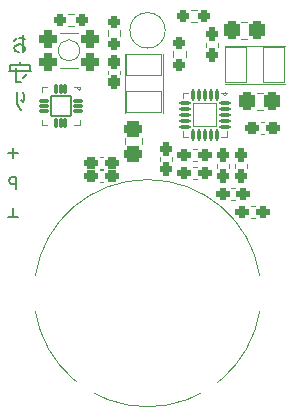
<source format=gbo>
G04 #@! TF.GenerationSoftware,KiCad,Pcbnew,(6.0.5)*
G04 #@! TF.CreationDate,2022-10-09T15:08:16+02:00*
G04 #@! TF.ProjectId,Omamori,4f6d616d-6f72-4692-9e6b-696361645f70,rev?*
G04 #@! TF.SameCoordinates,Original*
G04 #@! TF.FileFunction,Legend,Bot*
G04 #@! TF.FilePolarity,Positive*
%FSLAX46Y46*%
G04 Gerber Fmt 4.6, Leading zero omitted, Abs format (unit mm)*
G04 Created by KiCad (PCBNEW (6.0.5)) date 2022-10-09 15:08:16*
%MOMM*%
%LPD*%
G01*
G04 APERTURE LIST*
G04 Aperture macros list*
%AMRoundRect*
0 Rectangle with rounded corners*
0 $1 Rounding radius*
0 $2 $3 $4 $5 $6 $7 $8 $9 X,Y pos of 4 corners*
0 Add a 4 corners polygon primitive as box body*
4,1,4,$2,$3,$4,$5,$6,$7,$8,$9,$2,$3,0*
0 Add four circle primitives for the rounded corners*
1,1,$1+$1,$2,$3*
1,1,$1+$1,$4,$5*
1,1,$1+$1,$6,$7*
1,1,$1+$1,$8,$9*
0 Add four rect primitives between the rounded corners*
20,1,$1+$1,$2,$3,$4,$5,0*
20,1,$1+$1,$4,$5,$6,$7,0*
20,1,$1+$1,$6,$7,$8,$9,0*
20,1,$1+$1,$8,$9,$2,$3,0*%
%AMFreePoly0*
4,1,28,0.369517,0.147118,0.404872,0.132473,0.432473,0.104872,0.447118,0.069517,0.451000,0.050000,0.451000,0.000711,0.447106,-0.018834,0.446811,-0.019545,0.432473,-0.054161,0.421417,-0.070706,0.370706,-0.121417,0.354161,-0.132473,0.318806,-0.147118,0.299289,-0.151000,-0.350000,-0.151000,-0.369517,-0.147118,-0.404872,-0.132473,-0.432473,-0.104872,-0.447118,-0.069517,-0.451000,-0.050000,
-0.451000,0.050000,-0.447118,0.069517,-0.432473,0.104872,-0.404872,0.132473,-0.369517,0.147118,-0.350000,0.151000,0.350000,0.151000,0.369517,0.147118,0.369517,0.147118,$1*%
%AMFreePoly1*
4,1,27,0.318806,0.147118,0.354161,0.132473,0.370706,0.121417,0.421417,0.070706,0.432473,0.054161,0.447118,0.018806,0.451000,-0.000711,0.451000,-0.050000,0.447118,-0.069517,0.432473,-0.104872,0.404872,-0.132473,0.369517,-0.147118,0.350000,-0.151000,-0.350000,-0.151000,-0.369517,-0.147118,-0.404872,-0.132473,-0.432473,-0.104872,-0.447118,-0.069517,-0.451000,-0.050000,-0.451000,0.050000,
-0.447118,0.069517,-0.432473,0.104872,-0.404872,0.132473,-0.369517,0.147118,-0.350000,0.151000,0.299289,0.151000,0.318806,0.147118,0.318806,0.147118,$1*%
%AMFreePoly2*
4,1,27,0.069517,0.447118,0.104872,0.432473,0.132473,0.404872,0.147118,0.369517,0.151000,0.350000,0.151000,-0.350000,0.147118,-0.369517,0.132473,-0.404872,0.104872,-0.432473,0.069517,-0.447118,0.050000,-0.451000,0.000711,-0.451000,-0.018806,-0.447118,-0.054161,-0.432473,-0.070706,-0.421417,-0.121417,-0.370706,-0.132473,-0.354161,-0.147118,-0.318806,-0.151000,-0.299289,-0.151000,0.350000,
-0.147118,0.369517,-0.132473,0.404872,-0.104872,0.432473,-0.069517,0.447118,-0.050000,0.451000,0.050000,0.451000,0.069517,0.447118,0.069517,0.447118,$1*%
%AMFreePoly3*
4,1,28,0.069517,0.447118,0.104872,0.432473,0.132473,0.404872,0.147118,0.369517,0.151000,0.350000,0.151000,-0.299289,0.147106,-0.318834,0.146811,-0.319545,0.132473,-0.354161,0.121417,-0.370706,0.070706,-0.421417,0.054161,-0.432473,0.018806,-0.447118,-0.000711,-0.451000,-0.050000,-0.451000,-0.069517,-0.447118,-0.104872,-0.432473,-0.132473,-0.404872,-0.147118,-0.369517,-0.151000,-0.350000,
-0.151000,0.350000,-0.147118,0.369517,-0.132473,0.404872,-0.104872,0.432473,-0.069517,0.447118,-0.050000,0.451000,0.050000,0.451000,0.069517,0.447118,0.069517,0.447118,$1*%
%AMFreePoly4*
4,1,27,0.369517,0.147118,0.404872,0.132473,0.432473,0.104872,0.447118,0.069517,0.451000,0.050000,0.451000,-0.050000,0.447118,-0.069517,0.432473,-0.104872,0.404872,-0.132473,0.369517,-0.147118,0.350000,-0.151000,-0.350000,-0.151000,-0.369517,-0.147118,-0.404872,-0.132473,-0.432473,-0.104872,-0.447118,-0.069517,-0.451000,-0.050000,-0.451000,-0.000711,-0.447118,0.018806,-0.432473,0.054161,
-0.421417,0.070706,-0.370706,0.121417,-0.354161,0.132473,-0.318806,0.147118,-0.299289,0.151000,0.350000,0.151000,0.369517,0.147118,0.369517,0.147118,$1*%
%AMFreePoly5*
4,1,27,0.369517,0.147118,0.404872,0.132473,0.432473,0.104872,0.447118,0.069517,0.451000,0.050000,0.451000,-0.050000,0.447118,-0.069517,0.432473,-0.104872,0.404872,-0.132473,0.369517,-0.147118,0.350000,-0.151000,-0.299289,-0.151000,-0.318806,-0.147118,-0.354161,-0.132473,-0.370706,-0.121417,-0.421417,-0.070706,-0.432473,-0.054161,-0.447118,-0.018806,-0.451000,0.000711,-0.451000,0.050000,
-0.447118,0.069517,-0.432473,0.104872,-0.404872,0.132473,-0.369517,0.147118,-0.350000,0.151000,0.350000,0.151000,0.369517,0.147118,0.369517,0.147118,$1*%
%AMFreePoly6*
4,1,27,0.018806,0.447118,0.054161,0.432473,0.070706,0.421417,0.121417,0.370706,0.132473,0.354161,0.147118,0.318806,0.151000,0.299289,0.151000,-0.350000,0.147118,-0.369517,0.132473,-0.404872,0.104872,-0.432473,0.069517,-0.447118,0.050000,-0.451000,-0.050000,-0.451000,-0.069517,-0.447118,-0.104872,-0.432473,-0.132473,-0.404872,-0.147118,-0.369517,-0.151000,-0.350000,-0.151000,0.350000,
-0.147118,0.369517,-0.132473,0.404872,-0.104872,0.432473,-0.069517,0.447118,-0.050000,0.451000,-0.000711,0.451000,0.018806,0.447118,0.018806,0.447118,$1*%
%AMFreePoly7*
4,1,27,0.069517,0.447118,0.104872,0.432473,0.132473,0.404872,0.147118,0.369517,0.151000,0.350000,0.151000,-0.350000,0.147118,-0.369517,0.132473,-0.404872,0.104872,-0.432473,0.069517,-0.447118,0.050000,-0.451000,-0.050000,-0.451000,-0.069517,-0.447118,-0.104872,-0.432473,-0.132473,-0.404872,-0.147118,-0.369517,-0.151000,-0.350000,-0.151000,0.299289,-0.147118,0.318806,-0.132473,0.354161,
-0.121417,0.370706,-0.070706,0.421417,-0.054161,0.432473,-0.018806,0.447118,0.000711,0.451000,0.050000,0.451000,0.069517,0.447118,0.069517,0.447118,$1*%
G04 Aperture macros list end*
%ADD10C,0.200000*%
%ADD11C,0.120000*%
%ADD12C,1.802000*%
%ADD13O,1.802000X1.802000*%
%ADD14C,2.602000*%
%ADD15RoundRect,0.288500X0.237500X-0.287500X0.237500X0.287500X-0.237500X0.287500X-0.237500X-0.287500X0*%
%ADD16RoundRect,0.301000X-0.337500X-0.475000X0.337500X-0.475000X0.337500X0.475000X-0.337500X0.475000X0*%
%ADD17RoundRect,0.288500X-0.300000X-0.237500X0.300000X-0.237500X0.300000X0.237500X-0.300000X0.237500X0*%
%ADD18RoundRect,0.051000X0.900000X1.450000X-0.900000X1.450000X-0.900000X-1.450000X0.900000X-1.450000X0*%
%ADD19RoundRect,0.288500X0.287500X0.237500X-0.287500X0.237500X-0.287500X-0.237500X0.287500X-0.237500X0*%
%ADD20RoundRect,0.288500X-0.237500X0.287500X-0.237500X-0.287500X0.237500X-0.287500X0.237500X0.287500X0*%
%ADD21RoundRect,0.288500X-0.287500X-0.237500X0.287500X-0.237500X0.287500X0.237500X-0.287500X0.237500X0*%
%ADD22RoundRect,0.401000X0.350000X0.350000X-0.350000X0.350000X-0.350000X-0.350000X0.350000X-0.350000X0*%
%ADD23RoundRect,0.301000X-0.475000X0.337500X-0.475000X-0.337500X0.475000X-0.337500X0.475000X0.337500X0*%
%ADD24RoundRect,0.051000X-1.450000X0.900000X-1.450000X-0.900000X1.450000X-0.900000X1.450000X0.900000X0*%
%ADD25RoundRect,0.113500X0.375000X0.062500X-0.375000X0.062500X-0.375000X-0.062500X0.375000X-0.062500X0*%
%ADD26RoundRect,0.113500X0.062500X0.375000X-0.062500X0.375000X-0.062500X-0.375000X0.062500X-0.375000X0*%
%ADD27RoundRect,0.051000X1.000000X1.000000X-1.000000X1.000000X-1.000000X-1.000000X1.000000X-1.000000X0*%
%ADD28RoundRect,0.288500X-0.250000X-0.237500X0.250000X-0.237500X0.250000X0.237500X-0.250000X0.237500X0*%
%ADD29RoundRect,0.288500X0.237500X-0.300000X0.237500X0.300000X-0.237500X0.300000X-0.237500X-0.300000X0*%
%ADD30RoundRect,0.288500X-0.237500X0.250000X-0.237500X-0.250000X0.237500X-0.250000X0.237500X0.250000X0*%
%ADD31FreePoly0,180.000000*%
%ADD32RoundRect,0.101000X0.350000X0.050000X-0.350000X0.050000X-0.350000X-0.050000X0.350000X-0.050000X0*%
%ADD33FreePoly1,180.000000*%
%ADD34FreePoly2,180.000000*%
%ADD35RoundRect,0.101000X0.050000X0.350000X-0.050000X0.350000X-0.050000X-0.350000X0.050000X-0.350000X0*%
%ADD36FreePoly3,180.000000*%
%ADD37FreePoly4,180.000000*%
%ADD38FreePoly5,180.000000*%
%ADD39FreePoly6,180.000000*%
%ADD40FreePoly7,180.000000*%
%ADD41RoundRect,0.051000X0.850000X0.850000X-0.850000X0.850000X-0.850000X-0.850000X0.850000X-0.850000X0*%
G04 APERTURE END LIST*
D10*
X13600000Y-30000000D02*
X13600000Y-30800000D01*
D11*
X31755563Y-20400000D02*
G75*
G03*
X31755563Y-20400000I-155563J0D01*
G01*
X19341421Y-19950000D02*
G75*
G03*
X19341421Y-19950000I-141421J0D01*
G01*
X26500000Y-15000000D02*
G75*
G03*
X26500000Y-15000000I-1500000J0D01*
G01*
D10*
X13200000Y-30800000D02*
X14000000Y-30800000D01*
X14000000Y-25400000D02*
X13200000Y-25400000D01*
X13600000Y-25000000D02*
X13600000Y-25800000D01*
X14650000Y-15749285D02*
X14150000Y-15677857D01*
X14435714Y-15392142D02*
X14435714Y-16820714D01*
X14650000Y-16677857D01*
X14650000Y-16392142D01*
X14221428Y-16177857D01*
X13935714Y-16249285D01*
X13721428Y-16392142D01*
X13792857Y-16749285D01*
X14150000Y-16820714D01*
X13935714Y-15606428D02*
X13721428Y-15892142D01*
X15114285Y-18450000D02*
X13257142Y-18450000D01*
X14257142Y-19378571D02*
X13828571Y-19378571D01*
X15042857Y-17950000D02*
X15042857Y-18235714D01*
X13828571Y-18164285D02*
X13828571Y-19378571D01*
X15042857Y-17950000D02*
X13328571Y-17950000D01*
X13328571Y-18235714D01*
X14828571Y-18664285D02*
X14471428Y-19021428D01*
X14185714Y-17664285D02*
X14185714Y-17950000D01*
X13935714Y-20222142D02*
X13935714Y-21150714D01*
X14007142Y-21436428D01*
X14292857Y-21722142D01*
X14435714Y-20222142D02*
X14507142Y-20579285D01*
X14507142Y-20865000D01*
X14435714Y-21079285D01*
X14292857Y-20865000D01*
X13861904Y-28452380D02*
X13861904Y-27452380D01*
X13480952Y-27452380D01*
X13385714Y-27500000D01*
X13338095Y-27547619D01*
X13290476Y-27642857D01*
X13290476Y-27785714D01*
X13338095Y-27880952D01*
X13385714Y-27928571D01*
X13480952Y-27976190D01*
X13861904Y-27976190D01*
D11*
X15500000Y-38750000D02*
G75*
G03*
X34500000Y-38750000I9500000J1500000D01*
G01*
X34500000Y-35750000D02*
G75*
G03*
X15500000Y-35750000I-9500000J-1500000D01*
G01*
X29990000Y-16371267D02*
X29990000Y-16028733D01*
X31010000Y-16371267D02*
X31010000Y-16028733D01*
X34238748Y-21735000D02*
X34761252Y-21735000D01*
X34238748Y-20265000D02*
X34761252Y-20265000D01*
X34603733Y-23760000D02*
X34896267Y-23760000D01*
X34603733Y-22740000D02*
X34896267Y-22740000D01*
X36600000Y-16300000D02*
X31600000Y-16300000D01*
X36600000Y-19500000D02*
X31600000Y-19500000D01*
X29171267Y-26060000D02*
X28828733Y-26060000D01*
X29171267Y-25040000D02*
X28828733Y-25040000D01*
X29171267Y-26540000D02*
X28828733Y-26540000D01*
X29171267Y-27560000D02*
X28828733Y-27560000D01*
X27110000Y-25728733D02*
X27110000Y-26071267D01*
X26090000Y-25728733D02*
X26090000Y-26071267D01*
X30890000Y-26278733D02*
X30890000Y-26621267D01*
X31910000Y-26278733D02*
X31910000Y-26621267D01*
X33410000Y-26278733D02*
X33410000Y-26621267D01*
X32390000Y-26278733D02*
X32390000Y-26621267D01*
X32078733Y-28340000D02*
X32421267Y-28340000D01*
X32078733Y-29360000D02*
X32421267Y-29360000D01*
X33728733Y-29890000D02*
X34071267Y-29890000D01*
X33728733Y-30910000D02*
X34071267Y-30910000D01*
X19100000Y-15200000D02*
X17600000Y-15200000D01*
X19100000Y-18200000D02*
X17600000Y-18200000D01*
X19251388Y-16700000D02*
G75*
G03*
X19251388Y-16700000I-901388J0D01*
G01*
X32938748Y-15735000D02*
X33461252Y-15735000D01*
X32938748Y-14265000D02*
X33461252Y-14265000D01*
X23065000Y-24138748D02*
X23065000Y-24661252D01*
X24535000Y-24138748D02*
X24535000Y-24661252D01*
X26300000Y-17000000D02*
X26300000Y-22000000D01*
X23100000Y-17000000D02*
X23100000Y-22000000D01*
X28465000Y-24010000D02*
X27990000Y-24010000D01*
X28465000Y-20290000D02*
X27990000Y-20290000D01*
X27990000Y-24010000D02*
X27990000Y-23535000D01*
X31235000Y-24010000D02*
X31710000Y-24010000D01*
X31710000Y-24010000D02*
X31710000Y-23535000D01*
X27990000Y-20290000D02*
X27990000Y-20765000D01*
X31235000Y-20290000D02*
X31710000Y-20290000D01*
X20953733Y-26840000D02*
X21246267Y-26840000D01*
X20953733Y-27860000D02*
X21246267Y-27860000D01*
X18245276Y-14622500D02*
X18754724Y-14622500D01*
X18245276Y-13577500D02*
X18754724Y-13577500D01*
X22660000Y-18696267D02*
X22660000Y-18403733D01*
X21640000Y-18696267D02*
X21640000Y-18403733D01*
X27177500Y-16745276D02*
X27177500Y-17254724D01*
X28222500Y-16745276D02*
X28222500Y-17254724D01*
X28645276Y-13277500D02*
X29154724Y-13277500D01*
X28645276Y-14322500D02*
X29154724Y-14322500D01*
X16490000Y-23010000D02*
X16040000Y-23010000D01*
X19260000Y-23010000D02*
X19260000Y-22560000D01*
X16040000Y-19790000D02*
X16040000Y-20240000D01*
X16040000Y-23010000D02*
X16040000Y-22560000D01*
X16490000Y-19790000D02*
X16040000Y-19790000D01*
X18810000Y-19790000D02*
X19260000Y-19790000D01*
X18810000Y-23010000D02*
X19260000Y-23010000D01*
X22672500Y-14945276D02*
X22672500Y-15454724D01*
X21627500Y-14945276D02*
X21627500Y-15454724D01*
X20953733Y-26710000D02*
X21246267Y-26710000D01*
X20953733Y-25690000D02*
X21246267Y-25690000D01*
%LPC*%
D12*
X17375000Y-45000000D03*
D13*
X19915000Y-45000000D03*
X22455000Y-45000000D03*
X24995000Y-45000000D03*
X27535000Y-45000000D03*
X30075000Y-45000000D03*
X32615000Y-45000000D03*
D14*
X25000000Y-15000000D03*
X15500000Y-37250000D03*
X34500000Y-37250000D03*
D15*
X30500000Y-17075000D03*
X30500000Y-15325000D03*
D16*
X33462500Y-21000000D03*
X35537500Y-21000000D03*
D17*
X33887500Y-23250000D03*
X35612500Y-23250000D03*
D18*
X35700000Y-17900000D03*
X32500000Y-17900000D03*
D19*
X29875000Y-25550000D03*
X28125000Y-25550000D03*
X29875000Y-27050000D03*
X28125000Y-27050000D03*
D20*
X26600000Y-25025000D03*
X26600000Y-26775000D03*
X31400000Y-25575000D03*
X31400000Y-27325000D03*
X32900000Y-25575000D03*
X32900000Y-27325000D03*
D21*
X31375000Y-28850000D03*
X33125000Y-28850000D03*
X33025000Y-30400000D03*
X34775000Y-30400000D03*
D22*
X20100000Y-15700000D03*
X16600000Y-17700000D03*
X16600000Y-15700000D03*
X20100000Y-17700000D03*
D16*
X32162500Y-15000000D03*
X34237500Y-15000000D03*
D23*
X23800000Y-23362500D03*
X23800000Y-25437500D03*
D24*
X24700000Y-17900000D03*
X24700000Y-21100000D03*
D25*
X31537500Y-21150000D03*
X31537500Y-21650000D03*
X31537500Y-22150000D03*
X31537500Y-22650000D03*
X31537500Y-23150000D03*
D26*
X30850000Y-23837500D03*
X30350000Y-23837500D03*
X29850000Y-23837500D03*
X29350000Y-23837500D03*
X28850000Y-23837500D03*
D25*
X28162500Y-23150000D03*
X28162500Y-22650000D03*
X28162500Y-22150000D03*
X28162500Y-21650000D03*
X28162500Y-21150000D03*
D26*
X28850000Y-20462500D03*
X29350000Y-20462500D03*
X29850000Y-20462500D03*
X30350000Y-20462500D03*
X30850000Y-20462500D03*
D27*
X29850000Y-22150000D03*
D12*
X15200000Y-30425000D03*
D13*
X15200000Y-27885000D03*
X15200000Y-25345000D03*
D17*
X20237500Y-27350000D03*
X21962500Y-27350000D03*
D28*
X17587500Y-14100000D03*
X19412500Y-14100000D03*
D29*
X22150000Y-19412500D03*
X22150000Y-17687500D03*
D30*
X27700000Y-16087500D03*
X27700000Y-17912500D03*
D28*
X27987500Y-13800000D03*
X29812500Y-13800000D03*
D31*
X19100000Y-20600000D03*
D32*
X19100000Y-21000000D03*
X19100000Y-21400000D03*
X19100000Y-21800000D03*
D33*
X19100000Y-22200000D03*
D34*
X18450000Y-22850000D03*
D35*
X18050000Y-22850000D03*
X17650000Y-22850000D03*
X17250000Y-22850000D03*
D36*
X16850000Y-22850000D03*
D37*
X16200000Y-22200000D03*
D32*
X16200000Y-21800000D03*
X16200000Y-21400000D03*
X16200000Y-21000000D03*
D38*
X16200000Y-20600000D03*
D39*
X16850000Y-19950000D03*
D35*
X17250000Y-19950000D03*
X17650000Y-19950000D03*
X18050000Y-19950000D03*
D40*
X18450000Y-19950000D03*
D41*
X17650000Y-21400000D03*
D30*
X22150000Y-14287500D03*
X22150000Y-16112500D03*
D17*
X20237500Y-26200000D03*
X21962500Y-26200000D03*
M02*

</source>
